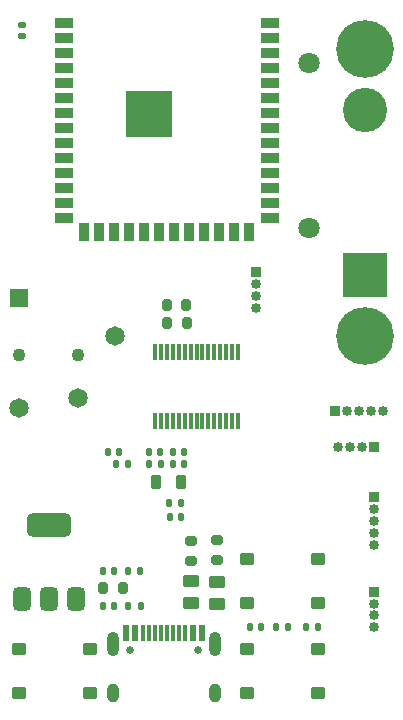
<source format=gts>
G04 #@! TF.GenerationSoftware,KiCad,Pcbnew,8.0.4*
G04 #@! TF.CreationDate,2024-08-02T16:29:59-04:00*
G04 #@! TF.ProjectId,adcesp32,61646365-7370-4333-922e-6b696361645f,rev?*
G04 #@! TF.SameCoordinates,Original*
G04 #@! TF.FileFunction,Soldermask,Top*
G04 #@! TF.FilePolarity,Negative*
%FSLAX46Y46*%
G04 Gerber Fmt 4.6, Leading zero omitted, Abs format (unit mm)*
G04 Created by KiCad (PCBNEW 8.0.4) date 2024-08-02 16:29:59*
%MOMM*%
%LPD*%
G01*
G04 APERTURE LIST*
G04 Aperture macros list*
%AMRoundRect*
0 Rectangle with rounded corners*
0 $1 Rounding radius*
0 $2 $3 $4 $5 $6 $7 $8 $9 X,Y pos of 4 corners*
0 Add a 4 corners polygon primitive as box body*
4,1,4,$2,$3,$4,$5,$6,$7,$8,$9,$2,$3,0*
0 Add four circle primitives for the rounded corners*
1,1,$1+$1,$2,$3*
1,1,$1+$1,$4,$5*
1,1,$1+$1,$6,$7*
1,1,$1+$1,$8,$9*
0 Add four rect primitives between the rounded corners*
20,1,$1+$1,$2,$3,$4,$5,0*
20,1,$1+$1,$4,$5,$6,$7,0*
20,1,$1+$1,$6,$7,$8,$9,0*
20,1,$1+$1,$8,$9,$2,$3,0*%
G04 Aperture macros list end*
%ADD10RoundRect,0.140000X-0.140000X-0.170000X0.140000X-0.170000X0.140000X0.170000X-0.140000X0.170000X0*%
%ADD11RoundRect,0.250000X0.450000X-0.262500X0.450000X0.262500X-0.450000X0.262500X-0.450000X-0.262500X0*%
%ADD12R,0.850000X0.850000*%
%ADD13O,0.850000X0.850000*%
%ADD14C,1.100000*%
%ADD15R,1.650000X1.650000*%
%ADD16C,1.650000*%
%ADD17RoundRect,0.135000X-0.135000X-0.185000X0.135000X-0.185000X0.135000X0.185000X-0.135000X0.185000X0*%
%ADD18RoundRect,0.102000X-0.500000X-0.375000X0.500000X-0.375000X0.500000X0.375000X-0.500000X0.375000X0*%
%ADD19RoundRect,0.200000X0.200000X0.275000X-0.200000X0.275000X-0.200000X-0.275000X0.200000X-0.275000X0*%
%ADD20RoundRect,0.140000X0.140000X0.170000X-0.140000X0.170000X-0.140000X-0.170000X0.140000X-0.170000X0*%
%ADD21R,0.300000X1.475000*%
%ADD22RoundRect,0.200000X-0.200000X-0.275000X0.200000X-0.275000X0.200000X0.275000X-0.200000X0.275000X0*%
%ADD23RoundRect,0.135000X0.135000X0.185000X-0.135000X0.185000X-0.135000X-0.185000X0.135000X-0.185000X0*%
%ADD24RoundRect,0.200000X0.275000X-0.200000X0.275000X0.200000X-0.275000X0.200000X-0.275000X-0.200000X0*%
%ADD25C,0.650000*%
%ADD26R,0.600000X1.450000*%
%ADD27R,0.300000X1.450000*%
%ADD28O,1.000000X2.100000*%
%ADD29O,1.000000X1.600000*%
%ADD30RoundRect,0.375000X0.375000X-0.625000X0.375000X0.625000X-0.375000X0.625000X-0.375000X-0.625000X0*%
%ADD31RoundRect,0.500000X1.400000X-0.500000X1.400000X0.500000X-1.400000X0.500000X-1.400000X-0.500000X0*%
%ADD32R,1.500000X0.900000*%
%ADD33R,0.900000X1.500000*%
%ADD34C,0.600000*%
%ADD35R,3.900000X3.900000*%
%ADD36RoundRect,0.140000X0.170000X-0.140000X0.170000X0.140000X-0.170000X0.140000X-0.170000X-0.140000X0*%
%ADD37RoundRect,0.218750X0.218750X0.381250X-0.218750X0.381250X-0.218750X-0.381250X0.218750X-0.381250X0*%
%ADD38C,4.890000*%
%ADD39R,3.750000X3.750000*%
%ADD40C,1.800000*%
%ADD41C,3.750000*%
%ADD42RoundRect,0.102000X0.500000X0.375000X-0.500000X0.375000X-0.500000X-0.375000X0.500000X-0.375000X0*%
G04 APERTURE END LIST*
D10*
X209000000Y-99500000D03*
X209960000Y-99500000D03*
D11*
X216000000Y-112250000D03*
X216000000Y-110425000D03*
D10*
X208540000Y-112500000D03*
X209500000Y-112500000D03*
D12*
X228250000Y-96000000D03*
D13*
X229250000Y-96000000D03*
X230250000Y-96000000D03*
X231250000Y-96000000D03*
X232250000Y-96000000D03*
D14*
X201500000Y-91250000D03*
X206500000Y-91250000D03*
D15*
X201500000Y-86450000D03*
D16*
X206500000Y-94850000D03*
X209600000Y-89650000D03*
X201500000Y-95750000D03*
D17*
X210730000Y-109500000D03*
X211750000Y-109500000D03*
D10*
X214500000Y-99500000D03*
X215460000Y-99500000D03*
D18*
X201500000Y-116125000D03*
X207500000Y-116125000D03*
X201500000Y-119875000D03*
X207500000Y-119875000D03*
D12*
X231500000Y-99000000D03*
D13*
X230500000Y-99000000D03*
X229500000Y-99000000D03*
X228500000Y-99000000D03*
D19*
X215650000Y-87000000D03*
X214000000Y-87000000D03*
D10*
X208540000Y-109500000D03*
X209500000Y-109500000D03*
D12*
X231505700Y-103294300D03*
D13*
X231505700Y-104294300D03*
X231505700Y-105294300D03*
X231505700Y-106294300D03*
X231505700Y-107294300D03*
D11*
X218250000Y-112325000D03*
X218250000Y-110500000D03*
D20*
X213460000Y-100500000D03*
X212500000Y-100500000D03*
D18*
X220750000Y-108500000D03*
X226750000Y-108500000D03*
X220750000Y-112250000D03*
X226750000Y-112250000D03*
D10*
X214250000Y-105000000D03*
X215210000Y-105000000D03*
D21*
X213000000Y-96876000D03*
X213500000Y-96876000D03*
X214000000Y-96876000D03*
X214500000Y-96876000D03*
X215000000Y-96876000D03*
X215500000Y-96876000D03*
X216000000Y-96876000D03*
X216500000Y-96876000D03*
X217000000Y-96876000D03*
X217500000Y-96876000D03*
X218000000Y-96876000D03*
X218500000Y-96876000D03*
X219000000Y-96876000D03*
X219500000Y-96876000D03*
X220000000Y-96876000D03*
X220000000Y-91000000D03*
X219500000Y-91000000D03*
X219000000Y-91000000D03*
X218500000Y-91000000D03*
X218000000Y-91000000D03*
X217500000Y-91000000D03*
X217000000Y-91000000D03*
X216500000Y-91000000D03*
X216000000Y-91000000D03*
X215500000Y-91000000D03*
X215000000Y-91000000D03*
X214500000Y-91000000D03*
X214000000Y-91000000D03*
X213500000Y-91000000D03*
X213000000Y-91000000D03*
D22*
X208600000Y-111000000D03*
X210250000Y-111000000D03*
D17*
X223230000Y-114250000D03*
X224250000Y-114250000D03*
D23*
X226750000Y-114250000D03*
X225730000Y-114250000D03*
D12*
X231505700Y-111294300D03*
D13*
X231505700Y-112294300D03*
X231505700Y-113294300D03*
X231505700Y-114294300D03*
D10*
X214210000Y-103750000D03*
X215170000Y-103750000D03*
D24*
X218250000Y-108575000D03*
X218250000Y-106925000D03*
D25*
X210860000Y-116250000D03*
X216640000Y-116250000D03*
D26*
X210500000Y-114805000D03*
X211300000Y-114805000D03*
D27*
X212500000Y-114805000D03*
X213500000Y-114805000D03*
X214000000Y-114805000D03*
X215000000Y-114805000D03*
D26*
X216200000Y-114805000D03*
X217000000Y-114805000D03*
X217000000Y-114805000D03*
X216200000Y-114805000D03*
D27*
X215500000Y-114805000D03*
X214500000Y-114805000D03*
X213000000Y-114805000D03*
X212000000Y-114805000D03*
D26*
X211300000Y-114805000D03*
X210500000Y-114805000D03*
D28*
X209430000Y-115720000D03*
D29*
X209430000Y-119900000D03*
D28*
X218070000Y-115720000D03*
D29*
X218070000Y-119900000D03*
D23*
X211760000Y-112500000D03*
X210740000Y-112500000D03*
D30*
X201700000Y-111900000D03*
X204000000Y-111900000D03*
D31*
X204000000Y-105600000D03*
D30*
X206300000Y-111900000D03*
D20*
X213440000Y-99500000D03*
X212480000Y-99500000D03*
D10*
X209710000Y-100500000D03*
X210670000Y-100500000D03*
D24*
X216000000Y-108650000D03*
X216000000Y-107000000D03*
D12*
X221500000Y-84250000D03*
D13*
X221500000Y-85250000D03*
X221500000Y-86250000D03*
X221500000Y-87250000D03*
D10*
X221020000Y-114250000D03*
X221980000Y-114250000D03*
D32*
X205250000Y-63110000D03*
X205250000Y-64380000D03*
X205250000Y-65650000D03*
X205250000Y-66920000D03*
X205250000Y-68190000D03*
X205250000Y-69460000D03*
X205250000Y-70730000D03*
X205250000Y-72000000D03*
X205250000Y-73270000D03*
X205250000Y-74540000D03*
X205250000Y-75810000D03*
X205250000Y-77080000D03*
X205250000Y-78350000D03*
X205250000Y-79620000D03*
D33*
X207015000Y-80870000D03*
X208285000Y-80870000D03*
X209555000Y-80870000D03*
X210825000Y-80870000D03*
X212095000Y-80870000D03*
X213365000Y-80870000D03*
X214635000Y-80870000D03*
X215905000Y-80870000D03*
X217175000Y-80870000D03*
X218445000Y-80870000D03*
X219715000Y-80870000D03*
X220985000Y-80870000D03*
D32*
X222750000Y-79620000D03*
X222750000Y-78350000D03*
X222750000Y-77080000D03*
X222750000Y-75810000D03*
X222750000Y-74540000D03*
X222750000Y-73270000D03*
X222750000Y-72000000D03*
X222750000Y-70730000D03*
X222750000Y-69460000D03*
X222750000Y-68190000D03*
X222750000Y-66920000D03*
X222750000Y-65650000D03*
X222750000Y-64380000D03*
X222750000Y-63110000D03*
D34*
X211100000Y-70130000D03*
X211100000Y-71530000D03*
X211800000Y-69430000D03*
X211800000Y-70830000D03*
X211800000Y-72230000D03*
X212500000Y-70130000D03*
D35*
X212500000Y-70830000D03*
D34*
X212500000Y-71530000D03*
X213200000Y-69430000D03*
X213200000Y-70830000D03*
X213200000Y-72230000D03*
X213900000Y-70130000D03*
X213900000Y-71530000D03*
D19*
X215670000Y-88500000D03*
X214020000Y-88500000D03*
D36*
X201750000Y-64250000D03*
X201750000Y-63290000D03*
D37*
X215210000Y-102000000D03*
X213085000Y-102000000D03*
D38*
X230750000Y-65350000D03*
X230750000Y-89650000D03*
D39*
X230750000Y-84500000D03*
D40*
X226000000Y-80500000D03*
D41*
X230750000Y-70500000D03*
D40*
X226000000Y-66500000D03*
D42*
X226750000Y-119875000D03*
X220750000Y-119875000D03*
X226750000Y-116125000D03*
X220750000Y-116125000D03*
D10*
X214480000Y-100500000D03*
X215440000Y-100500000D03*
M02*

</source>
